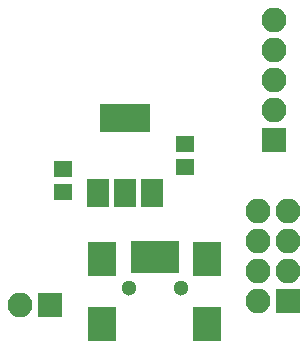
<source format=gbs>
G04 #@! TF.FileFunction,Soldermask,Bot*
%FSLAX46Y46*%
G04 Gerber Fmt 4.6, Leading zero omitted, Abs format (unit mm)*
G04 Created by KiCad (PCBNEW 4.0.7-e2-6376~58~ubuntu17.04.1) date Tue Sep  5 17:35:11 2017*
%MOMM*%
%LPD*%
G01*
G04 APERTURE LIST*
%ADD10C,0.100000*%
%ADD11R,0.900000X2.700000*%
%ADD12R,2.400000X2.900000*%
%ADD13C,1.300000*%
%ADD14R,1.650000X1.400000*%
%ADD15R,2.100000X2.100000*%
%ADD16O,2.100000X2.100000*%
%ADD17R,4.200000X2.400000*%
%ADD18R,1.900000X2.400000*%
G04 APERTURE END LIST*
D10*
D11*
X150190000Y-98800000D03*
X149390000Y-98800000D03*
X148590000Y-98800000D03*
X147790000Y-98800000D03*
X146990000Y-98800000D03*
D12*
X153040000Y-98900000D03*
X153040000Y-104400000D03*
X144140000Y-98900000D03*
X144140000Y-104400000D03*
D13*
X150790000Y-101400000D03*
X146390000Y-101400000D03*
D14*
X140843000Y-93303600D03*
X140843000Y-91303600D03*
X151130000Y-89170000D03*
X151130000Y-91170000D03*
D15*
X159893000Y-102514400D03*
D16*
X157353000Y-102514400D03*
X159893000Y-99974400D03*
X157353000Y-99974400D03*
X159893000Y-97434400D03*
X157353000Y-97434400D03*
X159893000Y-94894400D03*
X157353000Y-94894400D03*
D17*
X146050000Y-87020000D03*
D18*
X146050000Y-93320000D03*
X143750000Y-93320000D03*
X148350000Y-93320000D03*
D15*
X158724600Y-88874600D03*
D16*
X158724600Y-86334600D03*
X158724600Y-83794600D03*
X158724600Y-81254600D03*
X158724600Y-78714600D03*
D15*
X139700000Y-102870000D03*
D16*
X137160000Y-102870000D03*
M02*

</source>
